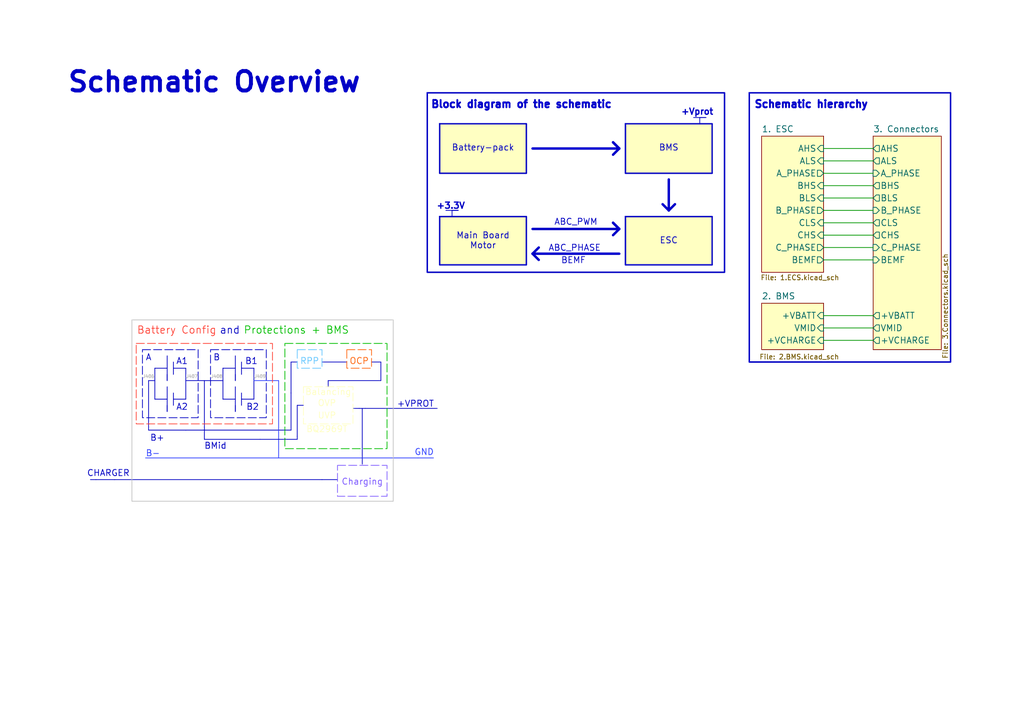
<source format=kicad_sch>
(kicad_sch
	(version 20250114)
	(generator "eeschema")
	(generator_version "9.0")
	(uuid "64aee9f2-a448-43ef-b28d-f00e276bd9f5")
	(paper "A5")
	(title_block
		(title "SPROJ3EE ESC & BMS")
		(date "2025-10-25")
		(rev "1.0")
		(company "SDU")
		(comment 1 "Authors: Theodor E. D. Hansen, Viktorio Milanov")
	)
	(lib_symbols)
	(rectangle
		(start 69.215 95.504)
		(end 79.375 101.854)
		(stroke
			(width 0)
			(type dash)
			(color 127 92 255 1)
		)
		(fill
			(type none)
		)
		(uuid 18592306-4155-4d78-828f-58c92b6cedaf)
	)
	(rectangle
		(start 62.23 79.375)
		(end 72.39 86.995)
		(stroke
			(width 0)
			(type dash)
			(color 255 255 194 1)
		)
		(fill
			(type none)
		)
		(uuid 1940614f-b8a5-413a-bd98-4d5863a1e459)
	)
	(rectangle
		(start 58.42 70.485)
		(end 79.375 92.075)
		(stroke
			(width 0)
			(type dash)
			(color 0 189 0 1)
		)
		(fill
			(type none)
		)
		(uuid 2b3b11bc-e03f-4fbb-b904-3e0bedbccbf5)
	)
	(rectangle
		(start 27.94 70.485)
		(end 55.88 86.995)
		(stroke
			(width 0.1524)
			(type dash)
			(color 255 65 53 1)
		)
		(fill
			(type none)
		)
		(uuid 464f8044-d54d-4a23-a514-3bc81f4b38a7)
	)
	(rectangle
		(start 90.17 44.45)
		(end 107.95 54.356)
		(stroke
			(width 0.3)
			(type solid)
		)
		(fill
			(type color)
			(color 255 255 194 1)
		)
		(uuid 4964e552-3106-4b25-805d-1f7839213f50)
	)
	(rectangle
		(start 153.67 19.05)
		(end 194.945 74.295)
		(stroke
			(width 0.3)
			(type solid)
		)
		(fill
			(type none)
		)
		(uuid 653e3af1-c475-45ac-a629-3eb2f55458d8)
	)
	(rectangle
		(start 128.27 44.45)
		(end 146.05 54.356)
		(stroke
			(width 0.3)
			(type solid)
		)
		(fill
			(type color)
			(color 255 255 194 1)
		)
		(uuid 6a568378-47f1-4705-86ea-ed4ce7ed40ab)
	)
	(rectangle
		(start 60.96 71.755)
		(end 66.04 75.565)
		(stroke
			(width 0)
			(type dash)
			(color 102 198 255 1)
		)
		(fill
			(type none)
		)
		(uuid 7460be63-e424-4afe-bf3f-1ea8901aaa90)
	)
	(rectangle
		(start 27.051 65.659)
		(end 80.645 102.87)
		(stroke
			(width 0)
			(type solid)
			(color 194 194 194 1)
		)
		(fill
			(type none)
		)
		(uuid 79e2435b-00b7-4cf9-8846-6f8c00e4b4da)
	)
	(rectangle
		(start 128.27 25.4)
		(end 146.05 35.56)
		(stroke
			(width 0.3)
			(type solid)
		)
		(fill
			(type color)
			(color 255 255 194 1)
		)
		(uuid 86e2f405-fd23-4bab-84f2-148e1703e58d)
	)
	(rectangle
		(start 71.12 71.755)
		(end 76.2 75.565)
		(stroke
			(width 0)
			(type dash)
			(color 255 103 17 1)
		)
		(fill
			(type none)
		)
		(uuid 96058fec-7f33-4139-972f-c82bfa7da0a9)
	)
	(rectangle
		(start 90.17 25.4)
		(end 107.95 35.56)
		(stroke
			(width 0.3)
			(type solid)
		)
		(fill
			(type color)
			(color 255 255 194 1)
		)
		(uuid 9afe7f22-63f5-4d10-ba89-3e34d7fdf951)
	)
	(rectangle
		(start 29.21 71.755)
		(end 40.64 85.725)
		(stroke
			(width 0)
			(type dash)
		)
		(fill
			(type none)
		)
		(uuid f0449a82-6d30-465b-9e23-e6a69edd1385)
	)
	(rectangle
		(start 87.63 19.05)
		(end 148.59 55.88)
		(stroke
			(width 0.3)
			(type solid)
		)
		(fill
			(type none)
		)
		(uuid fc3e2ed0-7008-4edb-92e6-13d75732b4bd)
	)
	(rectangle
		(start 43.18 71.755)
		(end 54.61 85.725)
		(stroke
			(width 0)
			(type dash)
		)
		(fill
			(type none)
		)
		(uuid fcce2f1d-78f3-4e9c-9bff-ceba432e1b6a)
	)
	(text "B+"
		(exclude_from_sim no)
		(at 32.258 90.043 0)
		(effects
			(font
				(size 1.27 1.27)
			)
		)
		(uuid "06efef1a-f0dc-42a6-9bf9-ddc05b30d3da")
	)
	(text "UVP"
		(exclude_from_sim no)
		(at 67.056 85.471 0)
		(effects
			(font
				(size 1.27 1.27)
				(color 255 255 194 1)
			)
		)
		(uuid "09dc0133-fb03-443e-ae5c-5f6c59410d48")
	)
	(text "Schematic Overview"
		(exclude_from_sim no)
		(at 43.942 17.018 0)
		(effects
			(font
				(size 4 4)
				(thickness 0.8)
				(bold yes)
			)
		)
		(uuid "10fb77ce-967b-4633-a0cc-e48021af228f")
	)
	(text "B"
		(exclude_from_sim no)
		(at 44.45 73.533 0)
		(effects
			(font
				(size 1.27 1.27)
			)
		)
		(uuid "1eabbae8-16d3-452b-b080-a757b748f08e")
	)
	(text "J409"
		(exclude_from_sim no)
		(at 53.34 77.47 0)
		(effects
			(font
				(size 0.635 0.635)
				(color 194 194 194 1)
			)
		)
		(uuid "2c233552-ba9b-4c8e-b253-b44e03fc4472")
	)
	(text "J406"
		(exclude_from_sim no)
		(at 30.48 77.47 0)
		(effects
			(font
				(size 0.635 0.635)
				(color 194 194 194 1)
			)
		)
		(uuid "2d997782-c60b-4cef-aad6-095c5a077dd5")
	)
	(text "Balancing"
		(exclude_from_sim no)
		(at 67.31 80.645 0)
		(effects
			(font
				(size 1.27 1.27)
				(color 255 255 194 1)
			)
		)
		(uuid "2ec48093-99c9-4db1-ade3-798f93f84c9e")
	)
	(text "J407\n"
		(exclude_from_sim no)
		(at 39.37 77.47 0)
		(effects
			(font
				(size 0.635 0.635)
				(color 194 194 194 1)
			)
		)
		(uuid "365bcd6a-c76a-4265-bb7f-2fb6d01df836")
	)
	(text "Protections + BMS"
		(exclude_from_sim no)
		(at 71.628 67.945 0)
		(effects
			(font
				(size 1.5 1.5)
				(color 0 189 0 1)
			)
			(justify right)
		)
		(uuid "37ecd0a7-62aa-4435-84ad-7df8222649e8")
	)
	(text "Battery Config"
		(exclude_from_sim no)
		(at 44.45 67.945 0)
		(effects
			(font
				(size 1.5 1.5)
				(color 255 65 53 1)
			)
			(justify right)
		)
		(uuid "4086102a-edf5-4366-9326-2afd00ba192d")
	)
	(text "B2"
		(exclude_from_sim no)
		(at 51.816 83.693 0)
		(effects
			(font
				(size 1.27 1.27)
			)
		)
		(uuid "4da4f668-5d03-488c-9407-106060725a99")
	)
	(text "OCP"
		(exclude_from_sim no)
		(at 73.66 74.295 0)
		(effects
			(font
				(size 1.27 1.27)
				(color 255 103 17 1)
			)
		)
		(uuid "4f31eaea-d227-4005-9a5f-8da0ec6ed185")
	)
	(text "CHARGER"
		(exclude_from_sim no)
		(at 22.225 97.282 0)
		(effects
			(font
				(size 1.27 1.27)
			)
		)
		(uuid "6d0db2bf-a295-4fc9-a84d-271a245761b8")
	)
	(text "+Vprot"
		(exclude_from_sim no)
		(at 143.002 23.114 0)
		(effects
			(font
				(size 1.27 1.27)
				(thickness 0.254)
				(bold yes)
			)
		)
		(uuid "751139a9-8bee-42b4-b03f-6db864af6fdf")
	)
	(text "+3.3V"
		(exclude_from_sim no)
		(at 92.456 42.418 0)
		(effects
			(font
				(size 1.27 1.27)
				(thickness 0.254)
				(bold yes)
			)
		)
		(uuid "7551f01f-fcda-413e-8ca0-f026a2a25fe1")
	)
	(text "B-"
		(exclude_from_sim no)
		(at 31.369 93.218 0)
		(effects
			(font
				(size 1.27 1.27)
				(color 46 63 255 1)
			)
		)
		(uuid "8171be5f-49bb-43bc-8327-b20c8d52cbb8")
	)
	(text "Charging"
		(exclude_from_sim no)
		(at 74.295 99.06 0)
		(effects
			(font
				(size 1.27 1.27)
				(color 127 92 255 1)
			)
		)
		(uuid "83f8e707-ab8c-4989-951f-f2683543f1e3")
	)
	(text "Schematic hierarchy"
		(exclude_from_sim no)
		(at 166.37 21.59 0)
		(effects
			(font
				(size 1.5 1.5)
				(thickness 0.508)
				(bold yes)
			)
		)
		(uuid "860be514-44b9-48af-802f-fb24e13b0349")
	)
	(text "Battery-pack"
		(exclude_from_sim no)
		(at 99.06 30.48 0)
		(effects
			(font
				(size 1.27 1.27)
			)
		)
		(uuid "88fceb09-c042-4c70-b188-494b28a1de71")
	)
	(text "and"
		(exclude_from_sim no)
		(at 49.276 67.945 0)
		(effects
			(font
				(size 1.5 1.5)
			)
			(justify right)
		)
		(uuid "89a38b00-c332-4f56-9984-12d38510b0a5")
	)
	(text "Main Board\nMotor"
		(exclude_from_sim no)
		(at 99.06 49.53 0)
		(effects
			(font
				(size 1.27 1.27)
			)
		)
		(uuid "8a0ea923-245d-498e-b53a-7463faaa1f46")
	)
	(text "J408"
		(exclude_from_sim no)
		(at 44.45 77.47 0)
		(effects
			(font
				(size 0.635 0.635)
				(color 194 194 194 1)
			)
		)
		(uuid "9656dc35-a9c5-427d-8433-830a89594c41")
	)
	(text "ABC_PWM"
		(exclude_from_sim no)
		(at 118.11 45.72 0)
		(effects
			(font
				(size 1.27 1.27)
			)
		)
		(uuid "9a46730d-c342-416c-b50e-9768fca4b655")
	)
	(text "A"
		(exclude_from_sim no)
		(at 30.48 73.533 0)
		(effects
			(font
				(size 1.27 1.27)
			)
		)
		(uuid "9b63ac0a-c3f1-4799-8523-04a805882549")
	)
	(text "RPP"
		(exclude_from_sim no)
		(at 63.5 74.295 0)
		(effects
			(font
				(size 1.27 1.27)
				(color 102 198 255 1)
			)
		)
		(uuid "9c7266a1-13b6-4a62-aa2d-7c595cea3341")
	)
	(text "Block diagram of the schematic"
		(exclude_from_sim no)
		(at 106.934 21.59 0)
		(effects
			(font
				(size 1.5 1.5)
				(thickness 0.508)
				(bold yes)
			)
		)
		(uuid "a92e63a0-d1fe-459d-bdd2-7f27099953d7")
	)
	(text "GND"
		(exclude_from_sim no)
		(at 86.995 92.964 0)
		(effects
			(font
				(size 1.27 1.27)
				(color 46 63 255 1)
			)
		)
		(uuid "b37b0ce6-1d9f-4533-ab02-6824868c3ea0")
	)
	(text "ABC_PHASE"
		(exclude_from_sim no)
		(at 117.856 51.054 0)
		(effects
			(font
				(size 1.27 1.27)
			)
		)
		(uuid "b37bc47e-47ad-469b-9d2e-20f3f85a8efb")
	)
	(text "+VPROT"
		(exclude_from_sim no)
		(at 85.217 83.058 0)
		(effects
			(font
				(size 1.27 1.27)
			)
		)
		(uuid "b545b3ad-1882-4e8d-80d3-8e2bcc0ea1b9")
	)
	(text "BQ2969T"
		(exclude_from_sim no)
		(at 67.056 88.265 0)
		(effects
			(font
				(size 1.27 1.27)
				(color 255 255 194 1)
			)
		)
		(uuid "b9072429-70ad-4d19-936c-de8c7c4e9f74")
	)
	(text "A1"
		(exclude_from_sim no)
		(at 37.338 74.295 0)
		(effects
			(font
				(size 1.27 1.27)
			)
		)
		(uuid "bab201c6-3e3a-4685-9489-0d07f947078f")
	)
	(text "BEMF"
		(exclude_from_sim no)
		(at 117.602 53.594 0)
		(effects
			(font
				(size 1.27 1.27)
			)
		)
		(uuid "bc94afa0-f04c-4aa7-8c5c-a25dddb6df35")
	)
	(text "ESC"
		(exclude_from_sim no)
		(at 137.16 49.53 0)
		(effects
			(font
				(size 1.27 1.27)
			)
		)
		(uuid "cc19e11b-ff29-4f8b-87ae-e2303ae228f5")
	)
	(text "A2"
		(exclude_from_sim no)
		(at 37.338 83.693 0)
		(effects
			(font
				(size 1.27 1.27)
			)
		)
		(uuid "d181adc5-2e61-4b55-bfcf-09363eafc397")
	)
	(text "OVP"
		(exclude_from_sim no)
		(at 67.056 82.931 0)
		(effects
			(font
				(size 1.27 1.27)
				(color 255 255 194 1)
			)
		)
		(uuid "d2ab53d2-7911-4ff2-992c-469812e1e00d")
	)
	(text "BMid"
		(exclude_from_sim no)
		(at 44.196 91.694 0)
		(effects
			(font
				(size 1.27 1.27)
			)
		)
		(uuid "d3cfa338-d1e2-44ed-9e8e-c1799a7dea66")
	)
	(text "BMS"
		(exclude_from_sim no)
		(at 137.16 30.48 0)
		(effects
			(font
				(size 1.27 1.27)
			)
		)
		(uuid "dd86bc80-e480-4b12-8f93-26e59b757e0f")
	)
	(text "B1"
		(exclude_from_sim no)
		(at 51.562 74.295 0)
		(effects
			(font
				(size 1.27 1.27)
			)
		)
		(uuid "f1538f69-1fba-43d4-b6e1-4c297b062766")
	)
	(polyline
		(pts
			(xy 110.49 50.8) (xy 109.22 52.07)
		)
		(stroke
			(width 0.5)
			(type default)
		)
		(uuid "020430a4-a832-493e-a669-1fc8cad32da6")
	)
	(polyline
		(pts
			(xy 34.29 79.375) (xy 34.29 84.455)
		)
		(stroke
			(width 0)
			(type default)
		)
		(uuid "0231b8b7-e5e6-4fdc-a80f-ccb554f8cc3a")
	)
	(polyline
		(pts
			(xy 35.56 75.565) (xy 38.1 75.565)
		)
		(stroke
			(width 0)
			(type default)
		)
		(uuid "04cc62f4-a103-4732-90a0-c7401f5cb334")
	)
	(polyline
		(pts
			(xy 34.29 76.835) (xy 34.29 78.105)
		)
		(stroke
			(width 0)
			(type default)
		)
		(uuid "0aeacdb3-9c36-4d6a-84cd-01271b0d99d9")
	)
	(polyline
		(pts
			(xy 109.22 30.48) (xy 127 30.48)
		)
		(stroke
			(width 0.5)
			(type solid)
		)
		(uuid "0e065a71-5411-44a2-aac4-7fade519762f")
	)
	(polyline
		(pts
			(xy 59.69 74.295) (xy 60.96 74.295)
		)
		(stroke
			(width 0)
			(type default)
		)
		(uuid "0e7d3cd0-442b-4105-9c36-6eb0321c8927")
	)
	(polyline
		(pts
			(xy 59.69 80.645) (xy 59.69 74.295)
		)
		(stroke
			(width 0)
			(type default)
		)
		(uuid "0e9f97ce-b45a-4f47-b82a-413caf3ca4d1")
	)
	(polyline
		(pts
			(xy 45.72 81.915) (xy 48.26 81.915)
		)
		(stroke
			(width 0)
			(type default)
		)
		(uuid "0f568ab6-65d3-4cc0-b5c2-7aff53d644dd")
	)
	(polyline
		(pts
			(xy 127 52.07) (xy 109.22 52.07)
		)
		(stroke
			(width 0.5)
			(type default)
		)
		(uuid "15c1c286-e723-4688-977d-1eb9ec58ca6a")
	)
	(polyline
		(pts
			(xy 109.22 46.99) (xy 127 46.99)
		)
		(stroke
			(width 0.5)
			(type solid)
		)
		(uuid "16b0b6a0-8b1a-4bd2-bcab-6483544c4f6f")
	)
	(polyline
		(pts
			(xy 125.73 31.75) (xy 127 30.48)
		)
		(stroke
			(width 0.5)
			(type solid)
		)
		(uuid "1946af02-5c13-4a44-a350-bbf36cce44dd")
	)
	(polyline
		(pts
			(xy 52.07 75.565) (xy 52.07 81.915)
		)
		(stroke
			(width 0)
			(type default)
		)
		(uuid "1e40a2e5-a9c7-4814-baac-743e4e086c32")
	)
	(wire
		(pts
			(xy 168.91 38.1) (xy 179.07 38.1)
		)
		(stroke
			(width 0)
			(type default)
		)
		(uuid "1eba5ede-559e-4cb3-a35a-b05fdb671cac")
	)
	(polyline
		(pts
			(xy 35.56 81.915) (xy 38.1 81.915)
		)
		(stroke
			(width 0)
			(type default)
		)
		(uuid "1ee6cc53-cf4a-40fc-99c9-98fc13a978be")
	)
	(polyline
		(pts
			(xy 86.36 83.82) (xy 89.662 83.82)
		)
		(stroke
			(width 0)
			(type default)
		)
		(uuid "248d0fdb-8229-4b8d-a788-bca95adb1ac6")
	)
	(polyline
		(pts
			(xy 73.66 83.82) (xy 74.93 83.82)
		)
		(stroke
			(width 0)
			(type default)
		)
		(uuid "249b93d7-8bbb-4c30-b6ab-f470f647a782")
	)
	(polyline
		(pts
			(xy 41.91 78.105) (xy 41.91 90.17)
		)
		(stroke
			(width 0)
			(type solid)
		)
		(uuid "2538ea1e-cec1-415b-82ba-750908434c74")
	)
	(polyline
		(pts
			(xy 76.2 74.295) (xy 78.105 74.295)
		)
		(stroke
			(width 0)
			(type default)
		)
		(uuid "2a1fa8d6-6fb0-406e-b101-071f5e418975")
	)
	(polyline
		(pts
			(xy 38.1 88.265) (xy 59.69 88.265)
		)
		(stroke
			(width 0)
			(type default)
		)
		(uuid "2ad6b3bf-a875-4705-855f-507f69034526")
	)
	(polyline
		(pts
			(xy 53.34 90.17) (xy 60.96 90.17)
		)
		(stroke
			(width 0)
			(type solid)
		)
		(uuid "2c27f767-ef6c-43a6-b762-b560f6a065c2")
	)
	(polyline
		(pts
			(xy 30.48 88.265) (xy 38.1 88.265)
		)
		(stroke
			(width 0)
			(type default)
		)
		(uuid "2fe7c967-c4ec-47f6-8cf6-bb8253242255")
	)
	(polyline
		(pts
			(xy 35.56 80.645) (xy 35.56 83.185)
		)
		(stroke
			(width 0)
			(type default)
		)
		(uuid "353926e1-394f-425d-b5c9-4d496e764e6a")
	)
	(wire
		(pts
			(xy 168.91 45.72) (xy 179.07 45.72)
		)
		(stroke
			(width 0)
			(type default)
		)
		(uuid "35b3cb23-84b4-43a7-a7dd-2e19625cd833")
	)
	(polyline
		(pts
			(xy 38.1 75.565) (xy 38.1 81.915)
		)
		(stroke
			(width 0)
			(type solid)
		)
		(uuid "369ad725-4905-4101-887e-8cd82fc48463")
	)
	(polyline
		(pts
			(xy 30.48 78.105) (xy 30.48 88.265)
		)
		(stroke
			(width 0)
			(type default)
		)
		(uuid "387a9c4a-62cf-4307-98e2-0e04c0ec6ae4")
	)
	(polyline
		(pts
			(xy 31.75 81.915) (xy 34.29 81.915)
		)
		(stroke
			(width 0)
			(type default)
		)
		(uuid "3c7427d1-cdd1-473e-8b6c-dfcd34481856")
	)
	(polyline
		(pts
			(xy 29.845 93.98) (xy 85.725 93.98)
		)
		(stroke
			(width 0)
			(type solid)
			(color 46 63 255 1)
		)
		(uuid "3d539dcd-f120-4efa-b3c6-253a1866fcfb")
	)
	(polyline
		(pts
			(xy 49.53 80.645) (xy 49.53 83.185)
		)
		(stroke
			(width 0)
			(type default)
		)
		(uuid "42996dda-30df-4933-8099-fb459dd1864f")
	)
	(polyline
		(pts
			(xy 66.04 74.295) (xy 71.12 74.295)
		)
		(stroke
			(width 0)
			(type default)
		)
		(uuid "43243903-ac5f-4d87-a082-310b3e74faa8")
	)
	(polyline
		(pts
			(xy 137.16 36.83) (xy 137.16 43.18)
		)
		(stroke
			(width 0.5)
			(type solid)
		)
		(uuid "46517ee9-b964-4269-9b89-12a0d7f5720d")
	)
	(polyline
		(pts
			(xy 35.56 74.295) (xy 35.56 76.835)
		)
		(stroke
			(width 0)
			(type default)
		)
		(uuid "53368666-ea23-4e68-a9df-991d5adb52db")
	)
	(polyline
		(pts
			(xy 66.04 98.425) (xy 69.215 98.425)
		)
		(stroke
			(width 0)
			(type default)
		)
		(uuid "534412d3-98ca-433b-b925-9aab53bbcb02")
	)
	(wire
		(pts
			(xy 168.91 48.26) (xy 179.07 48.26)
		)
		(stroke
			(width 0)
			(type default)
		)
		(uuid "540922e3-d442-4793-b621-1c1456026ab3")
	)
	(polyline
		(pts
			(xy 143.51 24.13) (xy 144.78 24.13)
		)
		(stroke
			(width 0)
			(type default)
		)
		(uuid "58b8f293-d91c-48d9-8a9f-bc62fb746217")
	)
	(wire
		(pts
			(xy 168.91 33.02) (xy 179.07 33.02)
		)
		(stroke
			(width 0)
			(type default)
		)
		(uuid "5a1d93f2-98a9-43c1-8544-c4fb84cb9355")
	)
	(polyline
		(pts
			(xy 49.53 81.915) (xy 52.07 81.915)
		)
		(stroke
			(width 0)
			(type default)
		)
		(uuid "5be93dc8-9601-4576-b7d0-17bc928ea5e3")
	)
	(polyline
		(pts
			(xy 92.71 43.18) (xy 93.98 43.18)
		)
		(stroke
			(width 0)
			(type default)
		)
		(uuid "6255d890-6ecf-49c5-886d-ae3659817d01")
	)
	(polyline
		(pts
			(xy 137.16 43.18) (xy 138.43 41.91)
		)
		(stroke
			(width 0.5)
			(type solid)
		)
		(uuid "6b6bf91d-b721-4785-aaf8-33dee7ca8993")
	)
	(polyline
		(pts
			(xy 78.105 74.295) (xy 78.105 78.105)
		)
		(stroke
			(width 0)
			(type default)
		)
		(uuid "71b54cdc-15e8-4b2f-9326-b6440a6f9563")
	)
	(wire
		(pts
			(xy 168.91 35.56) (xy 179.07 35.56)
		)
		(stroke
			(width 0)
			(type default)
		)
		(uuid "74ef64b4-6f45-4fae-a711-bdcf05c13b94")
	)
	(polyline
		(pts
			(xy 125.73 29.21) (xy 127 30.48)
		)
		(stroke
			(width 0.5)
			(type solid)
		)
		(uuid "76102e14-ec71-4c44-a666-16cc032a7842")
	)
	(wire
		(pts
			(xy 168.91 50.8) (xy 179.07 50.8)
		)
		(stroke
			(width 0)
			(type default)
		)
		(uuid "7c0023bb-d68c-43be-a2af-f20762cd6b51")
	)
	(wire
		(pts
			(xy 168.91 40.64) (xy 179.07 40.64)
		)
		(stroke
			(width 0)
			(type default)
		)
		(uuid "7ccc9269-3151-4fae-9a0d-085b13439be2")
	)
	(polyline
		(pts
			(xy 48.26 73.025) (xy 48.26 78.105)
		)
		(stroke
			(width 0)
			(type default)
		)
		(uuid "7ce7d18c-bffe-461d-8353-32b576f2e45f")
	)
	(polyline
		(pts
			(xy 57.15 78.105) (xy 57.15 93.98)
		)
		(stroke
			(width 0)
			(type solid)
			(color 46 63 255 1)
		)
		(uuid "7e993a3f-a5aa-4df7-9e06-6772ed63b520")
	)
	(polyline
		(pts
			(xy 45.72 75.565) (xy 45.72 81.915)
		)
		(stroke
			(width 0)
			(type default)
		)
		(uuid "7fb202a7-813b-49c1-aeaa-759fe44f9de6")
	)
	(polyline
		(pts
			(xy 19.685 98.425) (xy 23.495 98.425)
		)
		(stroke
			(width 0)
			(type default)
		)
		(uuid "85a9a690-efcb-4273-b3e0-e61302727819")
	)
	(polyline
		(pts
			(xy 31.75 75.565) (xy 31.75 81.915)
		)
		(stroke
			(width 0)
			(type default)
		)
		(uuid "8747bb07-915f-4dca-8ed0-39e806a979cb")
	)
	(polyline
		(pts
			(xy 142.24 24.13) (xy 144.78 24.13)
		)
		(stroke
			(width 0)
			(type default)
		)
		(uuid "88a6ecf6-fa1c-48ad-beea-a202d39ffc45")
	)
	(polyline
		(pts
			(xy 125.73 29.21) (xy 127 30.48)
		)
		(stroke
			(width 0.5)
			(type solid)
		)
		(uuid "8e5409a6-7365-471c-86a2-3cdee00de762")
	)
	(polyline
		(pts
			(xy 52.07 78.105) (xy 57.15 78.105)
		)
		(stroke
			(width 0)
			(type solid)
			(color 46 63 255 1)
		)
		(uuid "92d32901-e1c2-443f-824c-58a7d56610b2")
	)
	(polyline
		(pts
			(xy 78.105 78.105) (xy 67.31 78.105)
		)
		(stroke
			(width 0)
			(type default)
		)
		(uuid "98f0bde2-cc28-418f-8f6f-c214b89b68f8")
	)
	(polyline
		(pts
			(xy 92.71 43.18) (xy 92.71 44.45)
		)
		(stroke
			(width 0)
			(type default)
		)
		(uuid "9b04b2ad-4f38-4cef-8542-d31b6b4e1be3")
	)
	(polyline
		(pts
			(xy 109.22 52.07) (xy 110.49 53.34)
		)
		(stroke
			(width 0.5)
			(type default)
		)
		(uuid "9e60663e-376d-4743-a6b8-53aa89f6e6a9")
	)
	(polyline
		(pts
			(xy 67.31 78.105) (xy 67.31 79.375)
		)
		(stroke
			(width 0)
			(type default)
		)
		(uuid "a3223830-29c8-4987-ab42-5a90b68e2437")
	)
	(wire
		(pts
			(xy 168.91 69.85) (xy 179.07 69.85)
		)
		(stroke
			(width 0)
			(type default)
		)
		(uuid "a39085ee-6bea-448c-86bd-e52d8d9b4b91")
	)
	(polyline
		(pts
			(xy 60.96 83.185) (xy 62.23 83.185)
		)
		(stroke
			(width 0)
			(type solid)
		)
		(uuid "a89a6395-c9fe-4710-83c5-5eeb996ecfa4")
	)
	(polyline
		(pts
			(xy 48.26 79.375) (xy 48.26 84.455)
		)
		(stroke
			(width 0)
			(type default)
		)
		(uuid "acacea2f-722f-48eb-b86b-d0fb98b4f355")
	)
	(polyline
		(pts
			(xy 45.72 75.565) (xy 48.26 75.565)
		)
		(stroke
			(width 0)
			(type default)
		)
		(uuid "b18187c7-0a40-4ea7-87b9-c29e8cb6a4ca")
	)
	(wire
		(pts
			(xy 168.91 53.34) (xy 179.07 53.34)
		)
		(stroke
			(width 0)
			(type default)
		)
		(uuid "b1f53ba6-c115-4af2-84ef-ec9faddef7cb")
	)
	(polyline
		(pts
			(xy 49.53 74.295) (xy 49.53 76.835)
		)
		(stroke
			(width 0)
			(type default)
		)
		(uuid "b20d682c-0972-4f9e-bfa9-bf99d33db0d5")
	)
	(wire
		(pts
			(xy 168.91 30.48) (xy 179.07 30.48)
		)
		(stroke
			(width 0)
			(type default)
		)
		(uuid "b218e2f7-5374-4ebf-9d93-31eb2f1b7a2e")
	)
	(polyline
		(pts
			(xy 34.29 73.025) (xy 34.29 78.105)
		)
		(stroke
			(width 0)
			(type default)
		)
		(uuid "b947266d-934a-4877-b86c-4d23f1c24daa")
	)
	(polyline
		(pts
			(xy 48.26 76.835) (xy 48.26 78.105)
		)
		(stroke
			(width 0)
			(type default)
		)
		(uuid "bd621b62-ae3a-40f5-879e-c1f76df66ffe")
	)
	(polyline
		(pts
			(xy 18.542 98.425) (xy 19.685 98.425)
		)
		(stroke
			(width 0)
			(type default)
		)
		(uuid "bef6f499-ff2d-46cb-968e-16feb9865844")
	)
	(polyline
		(pts
			(xy 72.39 83.82) (xy 73.66 83.82)
		)
		(stroke
			(width 0)
			(type default)
		)
		(uuid "c1f433a4-9fd7-4c11-a644-383cce5dac96")
	)
	(polyline
		(pts
			(xy 41.91 90.17) (xy 53.34 90.17)
		)
		(stroke
			(width 0)
			(type solid)
		)
		(uuid "c544f70e-dc74-4181-b66e-bc9aadaaa309")
	)
	(polyline
		(pts
			(xy 85.09 83.82) (xy 86.36 83.82)
		)
		(stroke
			(width 0)
			(type default)
		)
		(uuid "c7737da2-d5d5-423f-ae13-526356576a45")
	)
	(polyline
		(pts
			(xy 143.51 24.13) (xy 143.51 25.4)
		)
		(stroke
			(width 0)
			(type default)
		)
		(uuid "c7c14793-c08b-4642-8a38-8fb7b904d7e2")
	)
	(polyline
		(pts
			(xy 85.725 93.98) (xy 88.9 93.98)
		)
		(stroke
			(width 0)
			(type solid)
			(color 46 63 255 1)
		)
		(uuid "c8fc77ec-b008-4397-b563-c5d4b2134889")
	)
	(polyline
		(pts
			(xy 91.44 43.18) (xy 93.98 43.18)
		)
		(stroke
			(width 0)
			(type default)
		)
		(uuid "d10d3472-a247-415d-a410-72010912e241")
	)
	(polyline
		(pts
			(xy 23.495 98.425) (xy 66.04 98.425)
		)
		(stroke
			(width 0)
			(type default)
		)
		(uuid "d65d06ef-f04f-43c4-9dfd-a21907f48531")
	)
	(wire
		(pts
			(xy 168.91 67.31) (xy 179.07 67.31)
		)
		(stroke
			(width 0)
			(type default)
		)
		(uuid "d7a24687-74c2-4a70-a824-2098586483ef")
	)
	(polyline
		(pts
			(xy 125.73 45.72) (xy 127 46.99)
		)
		(stroke
			(width 0.5)
			(type solid)
		)
		(uuid "dc317e95-e91f-43e9-b949-c29fd7e97213")
	)
	(polyline
		(pts
			(xy 48.26 83.185) (xy 48.26 84.455)
		)
		(stroke
			(width 0)
			(type default)
		)
		(uuid "dd135c16-9d70-404c-acc5-ff11e2a5fcd6")
	)
	(polyline
		(pts
			(xy 59.69 88.265) (xy 59.69 80.645)
		)
		(stroke
			(width 0)
			(type default)
		)
		(uuid "e3405667-c712-4e9c-904e-cb2ebfbfe0c3")
	)
	(polyline
		(pts
			(xy 74.295 83.82) (xy 74.295 95.25)
		)
		(stroke
			(width 0)
			(type default)
		)
		(uuid "e7ea27a5-096b-4130-8e72-1ad7055251e9")
	)
	(polyline
		(pts
			(xy 60.96 89.535) (xy 60.96 90.17)
		)
		(stroke
			(width 0)
			(type solid)
		)
		(uuid "ea70c09a-d631-418d-b027-9b69b63792ff")
	)
	(wire
		(pts
			(xy 168.91 64.77) (xy 179.07 64.77)
		)
		(stroke
			(width 0)
			(type default)
		)
		(uuid "ebf0d9ba-5e73-4a9d-b637-78805f7f58d6")
	)
	(polyline
		(pts
			(xy 38.1 78.105) (xy 45.72 78.105)
		)
		(stroke
			(width 0)
			(type solid)
		)
		(uuid "f0258a2c-a8fd-470b-ad7a-9441dee5563a")
	)
	(polyline
		(pts
			(xy 125.73 48.26) (xy 127 46.99)
		)
		(stroke
			(width 0.5)
			(type solid)
		)
		(uuid "f1472bbc-96fe-42a0-8361-5c8fe1fce0ab")
	)
	(polyline
		(pts
			(xy 31.75 75.565) (xy 34.29 75.565)
		)
		(stroke
			(width 0)
			(type default)
		)
		(uuid "f4f013db-d12d-4f7c-bb9f-226231815cad")
	)
	(polyline
		(pts
			(xy 49.53 75.565) (xy 52.07 75.565)
		)
		(stroke
			(width 0)
			(type default)
		)
		(uuid "f51b928a-53a6-4968-ab97-92a46ee0bcde")
	)
	(polyline
		(pts
			(xy 60.96 89.535) (xy 60.96 83.185)
		)
		(stroke
			(width 0)
			(type solid)
		)
		(uuid "f5f5d6b3-7951-4d9b-af3f-931e1cb38e52")
	)
	(polyline
		(pts
			(xy 34.29 83.185) (xy 34.29 84.455)
		)
		(stroke
			(width 0)
			(type default)
		)
		(uuid "f9a32eaf-96ba-4a20-9ac1-98493eb858a5")
	)
	(wire
		(pts
			(xy 168.91 43.18) (xy 179.07 43.18)
		)
		(stroke
			(width 0)
			(type default)
		)
		(uuid "f9dddb8d-c071-4d46-8e27-8965faac2b47")
	)
	(polyline
		(pts
			(xy 31.75 78.105) (xy 30.48 78.105)
		)
		(stroke
			(width 0)
			(type default)
		)
		(uuid "fb1134f9-fa0b-4ad3-b413-be0a7191206b")
	)
	(polyline
		(pts
			(xy 135.89 41.91) (xy 137.16 43.18)
		)
		(stroke
			(width 0.5)
			(type solid)
		)
		(uuid "fb512ac9-1159-4015-b9d7-995d632fc988")
	)
	(polyline
		(pts
			(xy 127 46.99) (xy 125.73 45.72)
		)
		(stroke
			(width 0.5)
			(type solid)
		)
		(uuid "fe83d8e3-ea46-4f78-97f5-bd6b94356340")
	)
	(polyline
		(pts
			(xy 74.93 83.82) (xy 85.09 83.82)
		)
		(stroke
			(width 0)
			(type default)
		)
		(uuid "ffebde23-42db-4bcb-addc-4060f7c470f1")
	)
	(sheet
		(at 179.07 27.94)
		(size 13.97 43.815)
		(exclude_from_sim no)
		(in_bom yes)
		(on_board yes)
		(dnp no)
		(stroke
			(width 0.1524)
			(type solid)
		)
		(fill
			(color 255 255 194 1.0000)
		)
		(uuid "b843d17e-7d6d-4569-97d7-0fdd5bf8acb0")
		(property "Sheetname" "3. Connectors"
			(at 179.07 27.2284 0)
			(effects
				(font
					(size 1.27 1.27)
				)
				(justify left bottom)
			)
		)
		(property "Sheetfile" "3.Connectors.kicad_sch"
			(at 193.294 73.66 90)
			(effects
				(font
					(size 1 1)
				)
				(justify left top)
			)
		)
		(pin "A_PHASE" input
			(at 179.07 35.56 180)
			(uuid "4f6c2a20-1b89-4e76-8c39-3724b84ced49")
			(effects
				(font
					(size 1.27 1.27)
				)
				(justify left)
			)
		)
		(pin "B_PHASE" input
			(at 179.07 43.18 180)
			(uuid "c00c26ce-fe37-4a8b-8741-5a5262304df0")
			(effects
				(font
					(size 1.27 1.27)
				)
				(justify left)
			)
		)
		(pin "C_PHASE" input
			(at 179.07 50.8 180)
			(uuid "a937bf6b-5e6a-4df8-a906-f9cce188cea1")
			(effects
				(font
					(size 1.27 1.27)
				)
				(justify left)
			)
		)
		(pin "AHS" output
			(at 179.07 30.48 180)
			(uuid "548c47cf-7139-4e25-a093-ef1df17e93be")
			(effects
				(font
					(size 1.27 1.27)
				)
				(justify left)
			)
		)
		(pin "BHS" output
			(at 179.07 38.1 180)
			(uuid "5305da89-185a-48b0-9321-8703de9f506c")
			(effects
				(font
					(size 1.27 1.27)
				)
				(justify left)
			)
		)
		(pin "CLS" output
			(at 179.07 45.72 180)
			(uuid "16df632f-8fb7-401c-b04b-44f30ebe9857")
			(effects
				(font
					(size 1.27 1.27)
				)
				(justify left)
			)
		)
		(pin "BLS" output
			(at 179.07 40.64 180)
			(uuid "04918d87-d699-416f-a8b4-e003e591a2d8")
			(effects
				(font
					(size 1.27 1.27)
				)
				(justify left)
			)
		)
		(pin "CHS" output
			(at 179.07 48.26 180)
			(uuid "aeb2fcd0-5a28-4842-b653-4ca3590aa457")
			(effects
				(font
					(size 1.27 1.27)
				)
				(justify left)
			)
		)
		(pin "ALS" output
			(at 179.07 33.02 180)
			(uuid "80e09988-44e3-4937-95b7-01e666d8dbc7")
			(effects
				(font
					(size 1.27 1.27)
				)
				(justify left)
			)
		)
		(pin "BEMF" input
			(at 179.07 53.34 180)
			(uuid "54101435-1ee0-440f-a51e-f6878a58b35c")
			(effects
				(font
					(size 1.27 1.27)
				)
				(justify left)
			)
		)
		(pin "+VBATT" output
			(at 179.07 64.77 180)
			(uuid "6c7ee984-8bd1-4275-9e85-42d373f63155")
			(effects
				(font
					(size 1.27 1.27)
				)
				(justify left)
			)
		)
		(pin "VMID" output
			(at 179.07 67.31 180)
			(uuid "5163dfb7-3f17-4b41-9f7a-54699830df40")
			(effects
				(font
					(size 1.27 1.27)
				)
				(justify left)
			)
		)
		(pin "+VCHARGE" output
			(at 179.07 69.85 180)
			(uuid "4774ee90-f0a2-410d-99af-d510824dba95")
			(effects
				(font
					(size 1.27 1.27)
				)
				(justify left)
			)
		)
		(instances
			(project "SPROJ3EE_ESC_BMS"
				(path "/64aee9f2-a448-43ef-b28d-f00e276bd9f5"
					(page "4")
				)
			)
		)
	)
	(sheet
		(at 156.21 27.94)
		(size 12.7 27.94)
		(exclude_from_sim no)
		(in_bom yes)
		(on_board yes)
		(dnp no)
		(stroke
			(width 0.1524)
			(type solid)
		)
		(fill
			(color 255 255 194 1.0000)
		)
		(uuid "cbf19aec-b6c8-49c6-ab18-d6d5f10759f9")
		(property "Sheetname" "1. ESC"
			(at 156.21 27.2284 0)
			(effects
				(font
					(size 1.27 1.27)
				)
				(justify left bottom)
			)
		)
		(property "Sheetfile" "1.ECS.kicad_sch"
			(at 155.956 56.388 0)
			(effects
				(font
					(size 1 1)
				)
				(justify left top)
			)
		)
		(pin "AHS" input
			(at 168.91 30.48 0)
			(uuid "448d6944-1a79-4d1d-8676-8518074b3944")
			(effects
				(font
					(size 1.27 1.27)
				)
				(justify right)
			)
		)
		(pin "ALS" input
			(at 168.91 33.02 0)
			(uuid "5b43be62-7ab8-421d-b959-e8e5a78b1da9")
			(effects
				(font
					(size 1.27 1.27)
				)
				(justify right)
			)
		)
		(pin "A_PHASE" output
			(at 168.91 35.56 0)
			(uuid "81a155c2-c0e5-4818-b601-e617a8701568")
			(effects
				(font
					(size 1.27 1.27)
				)
				(justify right)
			)
		)
		(pin "CHS" input
			(at 168.91 48.26 0)
			(uuid "907f6e14-374f-4c1b-8248-44766fc33c89")
			(effects
				(font
					(size 1.27 1.27)
				)
				(justify right)
			)
		)
		(pin "BLS" input
			(at 168.91 40.64 0)
			(uuid "958473f7-3da8-48ff-a75c-14cc36128e51")
			(effects
				(font
					(size 1.27 1.27)
				)
				(justify right)
			)
		)
		(pin "BHS" input
			(at 168.91 38.1 0)
			(uuid "320cac63-30be-4294-acab-1852f2678196")
			(effects
				(font
					(size 1.27 1.27)
				)
				(justify right)
			)
		)
		(pin "C_PHASE" output
			(at 168.91 50.8 0)
			(uuid "c0e8fb1b-1913-4034-bb0e-fabefc1f079b")
			(effects
				(font
					(size 1.27 1.27)
				)
				(justify right)
			)
		)
		(pin "CLS" input
			(at 168.91 45.72 0)
			(uuid "2f33ca3e-6315-4814-9799-d34ddc6865c2")
			(effects
				(font
					(size 1.27 1.27)
				)
				(justify right)
			)
		)
		(pin "B_PHASE" output
			(at 168.91 43.18 0)
			(uuid "c67f3f60-9136-481f-9705-ad0a2e2bdc08")
			(effects
				(font
					(size 1.27 1.27)
				)
				(justify right)
			)
		)
		(pin "BEMF" output
			(at 168.91 53.34 0)
			(uuid "73b74a37-6d7e-4ca8-9363-aaee7f824d69")
			(effects
				(font
					(size 1.27 1.27)
				)
				(justify right)
			)
		)
		(instances
			(project "SPROJ3EE_ESC_BMS"
				(path "/64aee9f2-a448-43ef-b28d-f00e276bd9f5"
					(page "2")
				)
			)
		)
	)
	(sheet
		(at 156.21 62.23)
		(size 12.7 9.525)
		(exclude_from_sim no)
		(in_bom yes)
		(on_board yes)
		(dnp no)
		(stroke
			(width 0.1524)
			(type solid)
		)
		(fill
			(color 255 255 194 1.0000)
		)
		(uuid "eb2740b7-11f5-4644-9e72-e71a449b99af")
		(property "Sheetname" "2. BMS"
			(at 156.21 61.5184 0)
			(effects
				(font
					(size 1.27 1.27)
				)
				(justify left bottom)
			)
		)
		(property "Sheetfile" "2.BMS.kicad_sch"
			(at 155.702 72.644 0)
			(effects
				(font
					(size 1 1)
				)
				(justify left top)
			)
		)
		(pin "+VBATT" input
			(at 168.91 64.77 0)
			(uuid "147d9abb-4adc-4e66-aecf-12019758bbc8")
			(effects
				(font
					(size 1.27 1.27)
				)
				(justify right)
			)
		)
		(pin "VMID" input
			(at 168.91 67.31 0)
			(uuid "3561c13d-6d14-4e9f-9325-671df5afea28")
			(effects
				(font
					(size 1.27 1.27)
				)
				(justify right)
			)
		)
		(pin "+VCHARGE" input
			(at 168.91 69.85 0)
			(uuid "a041bccc-4a3b-4cf8-9e00-87641f9bc28a")
			(effects
				(font
					(size 1.27 1.27)
				)
				(justify right)
			)
		)
		(instances
			(project "SPROJ3EE_ESC_BMS"
				(path "/64aee9f2-a448-43ef-b28d-f00e276bd9f5"
					(page "3")
				)
			)
		)
	)
	(sheet_instances
		(path "/"
			(page "1")
		)
	)
	(embedded_fonts no)
)

</source>
